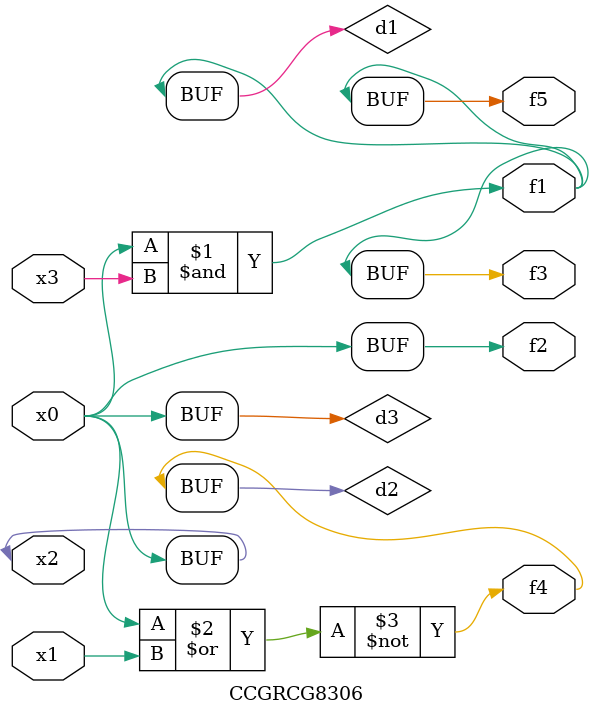
<source format=v>
module CCGRCG8306(
	input x0, x1, x2, x3,
	output f1, f2, f3, f4, f5
);

	wire d1, d2, d3;

	and (d1, x2, x3);
	nor (d2, x0, x1);
	buf (d3, x0, x2);
	assign f1 = d1;
	assign f2 = d3;
	assign f3 = d1;
	assign f4 = d2;
	assign f5 = d1;
endmodule

</source>
